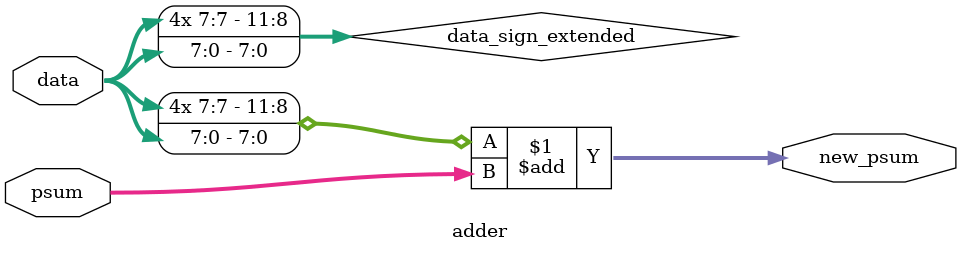
<source format=v>
module adder(
    input wire [7:0] data,
    input wire [11:0] psum,
    output wire [11:0] new_psum
);
    wire [11:0] data_sign_extended;
    assign data_sign_extended = {{4{data[7]}}, data};
    // new_psum = psum + sign_extended(data)
    assign new_psum = data_sign_extended + psum; 
endmodule


</source>
